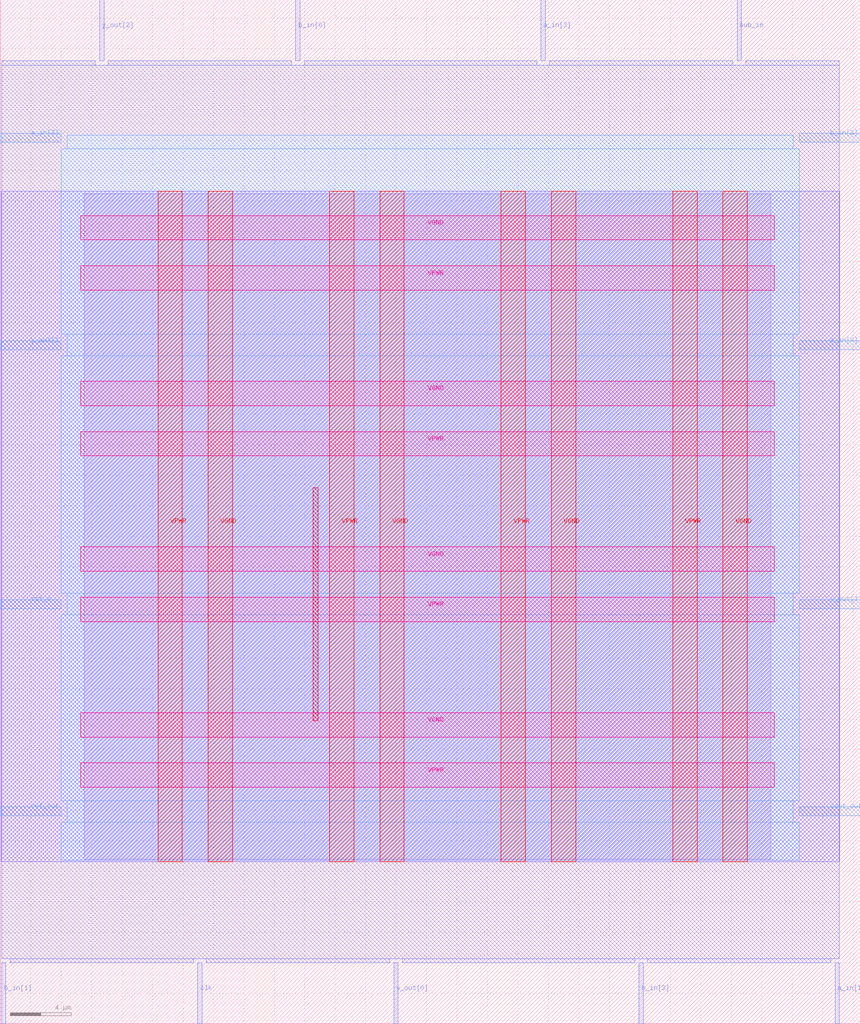
<source format=lef>
VERSION 5.7 ;
  NOWIREEXTENSIONATPIN ON ;
  DIVIDERCHAR "/" ;
  BUSBITCHARS "[]" ;
MACRO addsub4_top
  CLASS BLOCK ;
  FOREIGN addsub4_top ;
  ORIGIN 0.000 0.000 ;
  SIZE 56.475 BY 67.195 ;
  PIN VGND
    DIRECTION INOUT ;
    USE GROUND ;
    PORT
      LAYER met4 ;
        RECT 13.655 10.640 15.255 54.640 ;
    END
    PORT
      LAYER met4 ;
        RECT 24.925 10.640 26.525 54.640 ;
    END
    PORT
      LAYER met4 ;
        RECT 36.195 10.640 37.795 54.640 ;
    END
    PORT
      LAYER met4 ;
        RECT 47.465 10.640 49.065 54.640 ;
    END
    PORT
      LAYER met5 ;
        RECT 5.280 18.815 50.840 20.415 ;
    END
    PORT
      LAYER met5 ;
        RECT 5.280 29.690 50.840 31.290 ;
    END
    PORT
      LAYER met5 ;
        RECT 5.280 40.565 50.840 42.165 ;
    END
    PORT
      LAYER met5 ;
        RECT 5.280 51.440 50.840 53.040 ;
    END
  END VGND
  PIN VPWR
    DIRECTION INOUT ;
    USE POWER ;
    PORT
      LAYER met4 ;
        RECT 10.355 10.640 11.955 54.640 ;
    END
    PORT
      LAYER met4 ;
        RECT 21.625 10.640 23.225 54.640 ;
    END
    PORT
      LAYER met4 ;
        RECT 32.895 10.640 34.495 54.640 ;
    END
    PORT
      LAYER met4 ;
        RECT 44.165 10.640 45.765 54.640 ;
    END
    PORT
      LAYER met5 ;
        RECT 5.280 15.515 50.840 17.115 ;
    END
    PORT
      LAYER met5 ;
        RECT 5.280 26.390 50.840 27.990 ;
    END
    PORT
      LAYER met5 ;
        RECT 5.280 37.265 50.840 38.865 ;
    END
    PORT
      LAYER met5 ;
        RECT 5.280 48.140 50.840 49.740 ;
    END
  END VPWR
  PIN a_in[0]
    DIRECTION INPUT ;
    USE SIGNAL ;
    ANTENNAGATEAREA 0.196500 ;
    PORT
      LAYER met3 ;
        RECT 52.475 44.240 56.475 44.840 ;
    END
  END a_in[0]
  PIN a_in[1]
    DIRECTION INPUT ;
    USE SIGNAL ;
    ANTENNAGATEAREA 0.196500 ;
    PORT
      LAYER met2 ;
        RECT 54.830 0.000 55.110 4.000 ;
    END
  END a_in[1]
  PIN a_in[2]
    DIRECTION INPUT ;
    USE SIGNAL ;
    ANTENNAGATEAREA 0.196500 ;
    PORT
      LAYER met3 ;
        RECT 0.000 57.840 4.000 58.440 ;
    END
  END a_in[2]
  PIN a_in[3]
    DIRECTION INPUT ;
    USE SIGNAL ;
    ANTENNAGATEAREA 0.196500 ;
    PORT
      LAYER met2 ;
        RECT 35.510 63.195 35.790 67.195 ;
    END
  END a_in[3]
  PIN b_in[0]
    DIRECTION INPUT ;
    USE SIGNAL ;
    ANTENNAGATEAREA 0.196500 ;
    PORT
      LAYER met2 ;
        RECT 19.410 63.195 19.690 67.195 ;
    END
  END b_in[0]
  PIN b_in[1]
    DIRECTION INPUT ;
    USE SIGNAL ;
    ANTENNAGATEAREA 0.196500 ;
    PORT
      LAYER met2 ;
        RECT 0.090 0.000 0.370 4.000 ;
    END
  END b_in[1]
  PIN b_in[2]
    DIRECTION INPUT ;
    USE SIGNAL ;
    ANTENNAGATEAREA 0.196500 ;
    PORT
      LAYER met3 ;
        RECT 52.475 57.840 56.475 58.440 ;
    END
  END b_in[2]
  PIN b_in[3]
    DIRECTION INPUT ;
    USE SIGNAL ;
    ANTENNAGATEAREA 0.196500 ;
    PORT
      LAYER met2 ;
        RECT 41.950 0.000 42.230 4.000 ;
    END
  END b_in[3]
  PIN clk
    DIRECTION INPUT ;
    USE SIGNAL ;
    ANTENNAGATEAREA 0.852000 ;
    PORT
      LAYER met2 ;
        RECT 12.970 0.000 13.250 4.000 ;
    END
  END clk
  PIN cout_out
    DIRECTION OUTPUT TRISTATE ;
    USE SIGNAL ;
    ANTENNADIFFAREA 0.445500 ;
    PORT
      LAYER met3 ;
        RECT 52.475 13.640 56.475 14.240 ;
    END
  END cout_out
  PIN ovf_out
    DIRECTION OUTPUT TRISTATE ;
    USE SIGNAL ;
    ANTENNADIFFAREA 0.795200 ;
    PORT
      LAYER met3 ;
        RECT 0.000 13.640 4.000 14.240 ;
    END
  END ovf_out
  PIN rst_n
    DIRECTION INPUT ;
    USE SIGNAL ;
    ANTENNAGATEAREA 0.196500 ;
    PORT
      LAYER met3 ;
        RECT 0.000 27.240 4.000 27.840 ;
    END
  END rst_n
  PIN sub_in
    DIRECTION INPUT ;
    USE SIGNAL ;
    ANTENNAGATEAREA 0.196500 ;
    PORT
      LAYER met2 ;
        RECT 48.390 63.195 48.670 67.195 ;
    END
  END sub_in
  PIN y_out[0]
    DIRECTION OUTPUT TRISTATE ;
    USE SIGNAL ;
    ANTENNADIFFAREA 0.795200 ;
    PORT
      LAYER met2 ;
        RECT 25.850 0.000 26.130 4.000 ;
    END
  END y_out[0]
  PIN y_out[1]
    DIRECTION OUTPUT TRISTATE ;
    USE SIGNAL ;
    ANTENNADIFFAREA 0.795200 ;
    PORT
      LAYER met3 ;
        RECT 0.000 44.240 4.000 44.840 ;
    END
  END y_out[1]
  PIN y_out[2]
    DIRECTION OUTPUT TRISTATE ;
    USE SIGNAL ;
    ANTENNADIFFAREA 0.795200 ;
    PORT
      LAYER met2 ;
        RECT 6.530 63.195 6.810 67.195 ;
    END
  END y_out[2]
  PIN y_out[3]
    DIRECTION OUTPUT TRISTATE ;
    USE SIGNAL ;
    ANTENNADIFFAREA 0.795200 ;
    PORT
      LAYER met3 ;
        RECT 52.475 27.240 56.475 27.840 ;
    END
  END y_out[3]
  OBS
      LAYER li1 ;
        RECT 5.520 10.795 50.600 54.485 ;
      LAYER met1 ;
        RECT 0.070 10.640 55.130 54.640 ;
      LAYER met2 ;
        RECT 0.100 62.915 6.250 63.195 ;
        RECT 7.090 62.915 19.130 63.195 ;
        RECT 19.970 62.915 35.230 63.195 ;
        RECT 36.070 62.915 48.110 63.195 ;
        RECT 48.950 62.915 55.100 63.195 ;
        RECT 0.100 4.280 55.100 62.915 ;
        RECT 0.650 4.000 12.690 4.280 ;
        RECT 13.530 4.000 25.570 4.280 ;
        RECT 26.410 4.000 41.670 4.280 ;
        RECT 42.510 4.000 54.550 4.280 ;
      LAYER met3 ;
        RECT 4.400 57.440 52.075 58.305 ;
        RECT 4.000 45.240 52.475 57.440 ;
        RECT 4.400 43.840 52.075 45.240 ;
        RECT 4.000 28.240 52.475 43.840 ;
        RECT 4.400 26.840 52.075 28.240 ;
        RECT 4.000 14.640 52.475 26.840 ;
        RECT 4.400 13.240 52.075 14.640 ;
        RECT 4.000 10.715 52.475 13.240 ;
      LAYER met4 ;
        RECT 20.535 19.895 20.865 35.185 ;
  END
END addsub4_top
END LIBRARY


</source>
